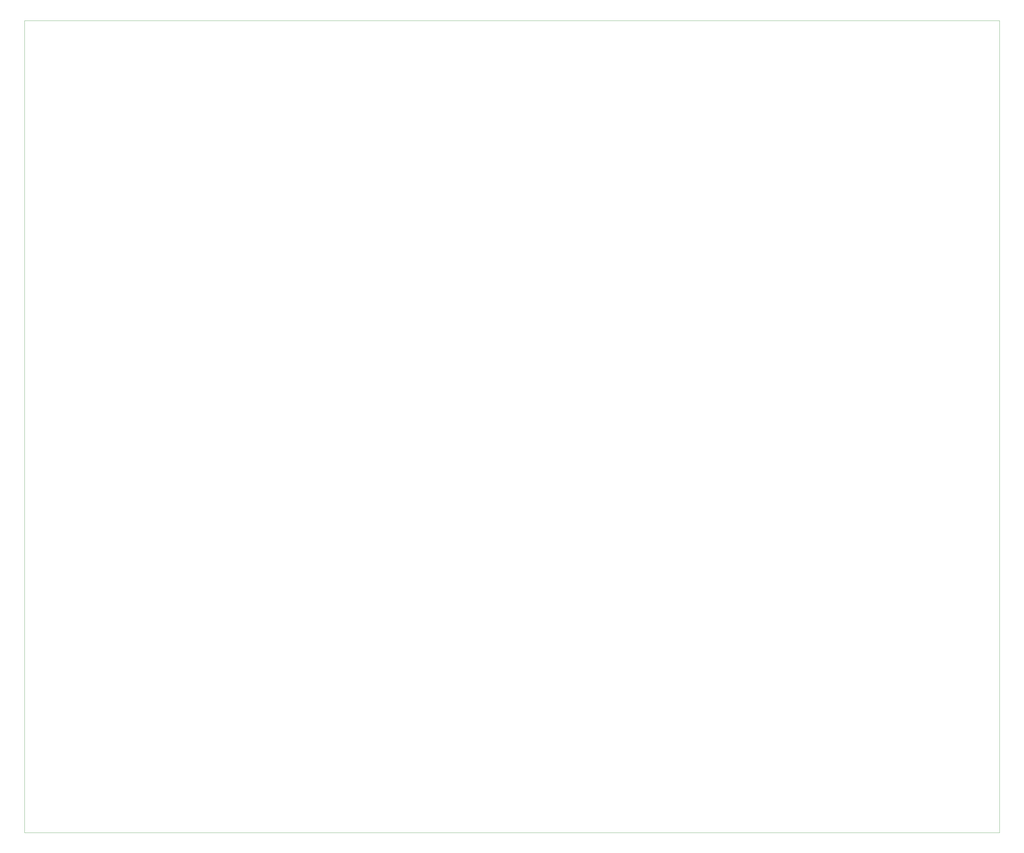
<source format=gbr>
G04 #@! TF.GenerationSoftware,KiCad,Pcbnew,(5.0.0)*
G04 #@! TF.CreationDate,2019-04-22T09:25:53+01:00*
G04 #@! TF.ProjectId,Backplane1,4261636B706C616E65312E6B69636164,rev?*
G04 #@! TF.SameCoordinates,Original*
G04 #@! TF.FileFunction,Profile,NP*
%FSLAX46Y46*%
G04 Gerber Fmt 4.6, Leading zero omitted, Abs format (unit mm)*
G04 Created by KiCad (PCBNEW (5.0.0)) date 04/22/19 09:25:53*
%MOMM*%
%LPD*%
G01*
G04 APERTURE LIST*
%ADD10C,0.100000*%
G04 APERTURE END LIST*
D10*
X378460000Y-25400000D02*
X378460000Y-292100000D01*
X58420000Y-292100000D02*
X378460000Y-292100000D01*
X58420000Y-25400000D02*
X58420000Y-292100000D01*
X378460000Y-25400000D02*
X58420000Y-25400000D01*
M02*

</source>
